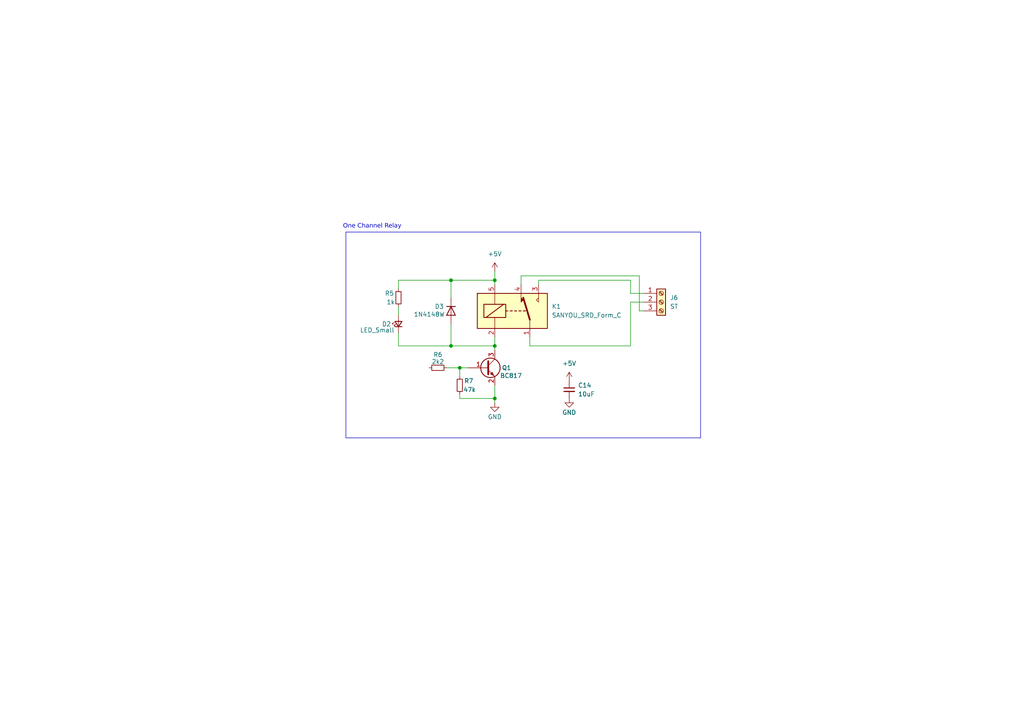
<source format=kicad_sch>
(kicad_sch (version 20231120) (generator "eeschema") (generator_version "8.0")
  (paper "A4")
  (title_block (title "STM32_base") (date "2024-03-10") (rev "0.1") (company "Pyae Sone Heine"))
  (lib_symbols
    (symbol "Connector:Screw_Terminal_01x03" (pin_names (offset 1.016) hide)
      (property "Reference" "J" (at 0 5.08 0))
      (property "Value" "Screw_Terminal_01x03" (at 0 -5.08 0))
      (symbol "Screw_Terminal_01x03_1_1"
        (rectangle (start -1.27 3.81) (end 1.27 -3.81) (stroke (width 0.254)) (fill (type background)))
        (circle (center 0 -2.54) (radius 0.635) (stroke (width 0.1524)))
        (polyline (pts (xy -0.5334 -2.2098) (xy 0.3302 -3.048)) (stroke (width 0.1524)))
        (polyline (pts (xy -0.5334 0.3302) (xy 0.3302 -0.508)) (stroke (width 0.1524)))
        (polyline (pts (xy -0.5334 2.8702) (xy 0.3302 2.032)) (stroke (width 0.1524)))
        (polyline (pts (xy -0.3556 -2.032) (xy 0.508 -2.8702)) (stroke (width 0.1524)))
        (polyline (pts (xy -0.3556 0.508) (xy 0.508 -0.3302)) (stroke (width 0.1524)))
        (polyline (pts (xy -0.3556 3.048) (xy 0.508 2.2098)) (stroke (width 0.1524)))
        (circle (center 0 0) (radius 0.635) (stroke (width 0.1524)))
        (circle (center 0 2.54) (radius 0.635) (stroke (width 0.1524)))
        (pin passive line (at -5.08 2.54 0) (length 3.81) (name "Pin_1") (number "1"))
        (pin passive line (at -5.08 0 0) (length 3.81) (name "Pin_2") (number "2"))
        (pin passive line (at -5.08 -2.54 0) (length 3.81) (name "Pin_3") (number "3"))
      )
    )
    (symbol "Device:C_Small" (pin_numbers hide) (pin_names (offset 0.254) hide)
      (property "Reference" "C" (at 0.254 1.778 0))
      (property "Value" "C_Small" (at 0.254 -2.032 0))
      (symbol "C_Small_0_1"
        (polyline (pts (xy -1.524 -0.508) (xy 1.524 -0.508)) (stroke (width 0.3302)))
        (polyline (pts (xy -1.524 0.508) (xy 1.524 0.508)) (stroke (width 0.3048)))
      )
      (symbol "C_Small_1_1"
        (pin passive line (at 0 2.54 270) (length 2.032) (name "~") (number "1"))
        (pin passive line (at 0 -2.54 90) (length 2.032) (name "~") (number "2"))
      )
    )
    (symbol "Device:LED_Small" (pin_numbers hide) (pin_names (offset 0.254) hide)
      (property "Reference" "D" (at -1.27 3.175 0))
      (property "Value" "LED_Small" (at -4.445 -2.54 0))
      (symbol "LED_Small_0_1"
        (polyline (pts (xy -0.762 -1.016) (xy -0.762 1.016)) (stroke (width 0.254)))
        (polyline (pts (xy 1.016 0) (xy -0.762 0)))
        (polyline (pts (xy 0.762 -1.016) (xy -0.762 0) (xy 0.762 1.016) (xy 0.762 -1.016)) (stroke (width 0.254)))
        (polyline (pts (xy 0 0.762) (xy -0.508 1.27) (xy -0.254 1.27) (xy -0.508 1.27) (xy -0.508 1.016)))
        (polyline (pts (xy 0.508 1.27) (xy 0 1.778) (xy 0.254 1.778) (xy 0 1.778) (xy 0 1.524)))
      )
      (symbol "LED_Small_1_1"
        (pin passive line (at -2.54 0 0) (length 1.778) (name "K") (number "1"))
        (pin passive line (at 2.54 0 180) (length 1.778) (name "A") (number "2"))
      )
    )
    (symbol "Device:R_Small" (pin_numbers hide) (pin_names (offset 0.254) hide)
      (property "Reference" "R" (at 0.762 0.508 0))
      (property "Value" "R_Small" (at 0.762 -1.016 0))
      (symbol "R_Small_0_1"
        (rectangle (start -0.762 1.778) (end 0.762 -1.778) (stroke (width 0.2032)))
      )
      (symbol "R_Small_1_1"
        (pin passive line (at 0 2.54 270) (length 0.762) (name "~") (number "1"))
        (pin passive line (at 0 -2.54 90) (length 0.762) (name "~") (number "2"))
      )
    )
    (symbol "Diode:1N4148W" (pin_numbers hide) (pin_names hide)
      (property "Reference" "D" (at 0 2.54 0))
      (property "Value" "1N4148W" (at 0 -2.54 0))
      (symbol "1N4148W_0_1"
        (polyline (pts (xy -1.27 1.27) (xy -1.27 -1.27)) (stroke (width 0.254)))
        (polyline (pts (xy 1.27 0) (xy -1.27 0)))
        (polyline (pts (xy 1.27 1.27) (xy 1.27 -1.27) (xy -1.27 0) (xy 1.27 1.27)) (stroke (width 0.254)))
      )
      (symbol "1N4148W_1_1"
        (pin passive line (at -3.81 0 0) (length 2.54) (name "K") (number "1"))
        (pin passive line (at 3.81 0 180) (length 2.54) (name "A") (number "2"))
      )
    )
    (symbol "Relay:SANYOU_SRD_Form_C"
      (property "Reference" "K" (at 11.43 3.81 0))
      (property "Value" "SANYOU_SRD_Form_C" (at 11.43 1.27 0))
      (symbol "SANYOU_SRD_Form_C_0_0"
        (polyline (pts (xy 7.62 5.08) (xy 7.62 2.54) (xy 6.985 3.175) (xy 7.62 3.81)))
      )
      (symbol "SANYOU_SRD_Form_C_0_1"
        (rectangle (start -10.16 5.08) (end 10.16 -5.08) (stroke (width 0.254)) (fill (type background)))
        (rectangle (start -8.255 1.905) (end -1.905 -1.905) (stroke (width 0.254)))
        (polyline (pts (xy -7.62 -1.905) (xy -2.54 1.905)) (stroke (width 0.254)))
        (polyline (pts (xy -5.08 -5.08) (xy -5.08 -1.905)))
        (polyline (pts (xy -5.08 5.08) (xy -5.08 1.905)))
        (polyline (pts (xy -1.905 0) (xy -1.27 0)) (stroke (width 0.254)))
        (polyline (pts (xy -0.635 0) (xy 0 0)) (stroke (width 0.254)))
        (polyline (pts (xy 0.635 0) (xy 1.27 0)) (stroke (width 0.254)))
        (polyline (pts (xy 1.905 0) (xy 2.54 0)) (stroke (width 0.254)))
        (polyline (pts (xy 3.175 0) (xy 3.81 0)) (stroke (width 0.254)))
        (polyline (pts (xy 5.08 -2.54) (xy 3.175 3.81)) (stroke (width 0.508)))
        (polyline (pts (xy 5.08 -2.54) (xy 5.08 -5.08)))
      )
      (symbol "SANYOU_SRD_Form_C_1_1"
        (polyline (pts (xy 2.54 3.81) (xy 3.175 3.175) (xy 2.54 2.54) (xy 2.54 5.08)) (fill (type outline)))
        (pin passive line (at 5.08 -7.62 90) (length 2.54) (name "~") (number "1"))
        (pin passive line (at -5.08 -7.62 90) (length 2.54) (name "~") (number "2"))
        (pin passive line (at 7.62 7.62 270) (length 2.54) (name "~") (number "3"))
        (pin passive line (at 2.54 7.62 270) (length 2.54) (name "~") (number "4"))
        (pin passive line (at -5.08 7.62 270) (length 2.54) (name "~") (number "5"))
      )
    )
    (symbol "Transistor_BJT:BC817" (pin_names (offset 0) hide)
      (property "Reference" "Q" (at 5.08 1.905 0))
      (property "Value" "BC817" (at 5.08 0 0))
      (symbol "BC817_0_1"
        (polyline (pts (xy 0.635 0.635) (xy 2.54 2.54)))
        (polyline (pts (xy 0.635 -0.635) (xy 2.54 -2.54) (xy 2.54 -2.54)))
        (polyline (pts (xy 0.635 1.905) (xy 0.635 -1.905) (xy 0.635 -1.905)) (stroke (width 0.508)))
        (polyline (pts (xy 1.27 -1.778) (xy 1.778 -1.27) (xy 2.286 -2.286) (xy 1.27 -1.778) (xy 1.27 -1.778)) (fill (type outline)))
        (circle (center 1.27 0) (radius 2.8194) (stroke (width 0.254)))
      )
      (symbol "BC817_1_1"
        (pin input line (at -5.08 0 0) (length 5.715) (name "B") (number "1"))
        (pin passive line (at 2.54 -5.08 90) (length 2.54) (name "E") (number "2"))
        (pin passive line (at 2.54 5.08 270) (length 2.54) (name "C") (number "3"))
      )
    )
    (symbol "power:+5V" (power) (pin_numbers hide) (pin_names (offset 0) hide)
      (property "Value" "+5V" (at 0 3.556 0))
      (symbol "+5V_0_1"
        (polyline (pts (xy -0.762 1.27) (xy 0 2.54)))
        (polyline (pts (xy 0 0) (xy 0 2.54)))
        (polyline (pts (xy 0 2.54) (xy 0.762 1.27)))
      )
      (symbol "+5V_1_1"
        (pin power_in line (at 0 0 90) (length 0) (name "~") (number "1"))
      )
    )
    (symbol "power:GND" (power) (pin_numbers hide) (pin_names (offset 0) hide)
      (property "Value" "GND" (at 0 -3.81 0))
      (symbol "GND_0_1"
        (polyline (pts (xy 0 0) (xy 0 -1.27) (xy 1.27 -1.27) (xy 0 -2.54) (xy -1.27 -1.27) (xy 0 -1.27)))
      )
      (symbol "GND_1_1"
        (pin power_in line (at 0 0 270) (length 0) (name "~") (number "1"))
      )
    )
  )
  (junction (at 143.51 100.33))
  (junction (at 143.51 115.57))
  (junction (at 133.35 106.68))
  (junction (at 130.81 81.28))
  (junction (at 143.51 81.28))
  (junction (at 130.81 100.33))
  (wire (pts (xy 143.51 78.74) (xy 143.51 81.28)))
  (wire (pts (xy 143.51 81.28) (xy 143.51 82.55)))
  (wire (pts (xy 153.67 100.33) (xy 153.67 97.79)))
  (wire (pts (xy 133.35 106.68) (xy 135.89 106.68)))
  (wire (pts (xy 129.54 106.68) (xy 133.35 106.68)))
  (wire (pts (xy 133.35 106.68) (xy 133.35 109.22)))
  (wire (pts (xy 143.51 111.76) (xy 143.51 115.57)))
  (wire (pts (xy 151.13 82.55) (xy 151.13 80.01)))
  (wire (pts (xy 133.35 115.57) (xy 143.51 115.57)))
  (wire (pts (xy 115.57 83.82) (xy 115.57 81.28)))
  (wire (pts (xy 133.35 114.3) (xy 133.35 115.57)))
  (wire (pts (xy 143.51 97.79) (xy 143.51 100.33)))
  (wire (pts (xy 130.81 93.98) (xy 130.81 100.33)))
  (wire (pts (xy 151.13 80.01) (xy 185.42 80.01)))
  (wire (pts (xy 186.69 87.63) (xy 182.88 87.63)))
  (wire (pts (xy 115.57 81.28) (xy 130.81 81.28)))
  (wire (pts (xy 130.81 81.28) (xy 130.81 86.36)))
  (wire (pts (xy 115.57 96.52) (xy 115.57 100.33)))
  (wire (pts (xy 182.88 81.28) (xy 156.21 81.28)))
  (wire (pts (xy 115.57 88.9) (xy 115.57 91.44)))
  (wire (pts (xy 182.88 85.09) (xy 182.88 81.28)))
  (wire (pts (xy 143.51 81.28) (xy 130.81 81.28)))
  (wire (pts (xy 156.21 81.28) (xy 156.21 82.55)))
  (wire (pts (xy 143.51 100.33) (xy 143.51 101.6)))
  (wire (pts (xy 130.81 100.33) (xy 143.51 100.33)))
  (wire (pts (xy 182.88 100.33) (xy 153.67 100.33)))
  (wire (pts (xy 182.88 87.63) (xy 182.88 100.33)))
  (wire (pts (xy 115.57 100.33) (xy 130.81 100.33)))
  (wire (pts (xy 185.42 90.17) (xy 186.69 90.17)))
  (wire (pts (xy 186.69 85.09) (xy 182.88 85.09)))
  (wire (pts (xy 143.51 115.57) (xy 143.51 116.84)))
  (wire (pts (xy 185.42 80.01) (xy 185.42 90.17)))
  (rectangle (start 100.33 67.31) (end 203.2 127))
  (text "One Channel Relay" (at 107.95 66.04 0) (effects (font (size 1.27 1.27))))
  (symbol (lib_id "Relay:SANYOU_SRD_Form_C") (at 148.59 90.17 0) (unit 1)
    (property "Reference" "K1" (at 160.02 88.8999 0) (effects (justify left)))
    (property "Value" "SANYOU_SRD_Form_C" (at 160.02 91.4399 0) (effects (justify left)))
    (property "Footprint" "Relay_THT:Relay_SPDT_SANYOU_SRD_Series_Form_C" (effects (hide yes)))
    (property "Datasheet" "http://www.sanyourelay.ca/public/products/pdf/SRD.pdf" (effects (hide yes)))
    (property "Description" "Sanyo SRD relay, Single Pole Miniature Power Relay," (effects (hide yes)))
  )
  (symbol (lib_id "Device:C_Small") (at 165.1 113.03 0) (unit 1)
    (property "Reference" "C14" (at 167.64 111.7662 0) (effects (justify left)))
    (property "Value" "10uF" (at 167.64 114.3062 0) (effects (justify left)))
    (property "Footprint" "Capacitor_SMD:C_0805_2012Metric" (effects (hide yes)))
    (property "Description" "Unpolarized capacitor, small symbol" (effects (hide yes)))
  )
  (symbol (lib_id "Device:R_Small") (at 127 106.68 90) (unit 1)
    (property "Reference" "R6" (at 127 102.87 90))
    (property "Value" "2k2" (at 127 104.902 90))
    (property "Footprint" "Resistor_SMD:R_0603_1608Metric" (effects (hide yes)))
    (property "Description" "Resistor, small symbol" (effects (hide yes)))
  )
  (symbol (lib_id "Device:R_Small") (at 115.57 86.36 0) (mirror x) (unit 1)
    (property "Reference" "R5" (at 114.3 85.09 0) (effects (justify right)))
    (property "Value" "1k" (at 114.554 87.63 0) (effects (justify right)))
    (property "Footprint" "Resistor_SMD:R_0603_1608Metric" (effects (hide yes)))
    (property "Description" "Resistor, small symbol" (effects (hide yes)))
  )
  (symbol (lib_id "Device:R_Small") (at 133.35 111.76 180) (unit 1)
    (property "Reference" "R7" (at 134.62 110.49 0) (effects (justify right)))
    (property "Value" "47k" (at 134.366 113.03 0) (effects (justify right)))
    (property "Footprint" "Resistor_SMD:R_0603_1608Metric" (effects (hide yes)))
    (property "Description" "Resistor, small symbol" (effects (hide yes)))
  )
  (symbol (lib_id "Device:LED_Small") (at 115.57 93.98 90) (unit 1)
    (property "Reference" "D2" (at 110.744 93.98 90) (effects (justify right)))
    (property "Value" "LED_Small" (at 104.394 95.758 90) (effects (justify right)))
    (property "Footprint" "LED_SMD:LED_0603_1608Metric" (effects (hide yes)))
    (property "Description" "Light emitting diode, small symbol" (effects (hide yes)))
  )
  (symbol (lib_id "power:GND") (at 143.51 116.84 0) (unit 1)
    (property "Reference" "#PWR010" (effects (hide yes)))
    (property "Value" "GND" (at 143.51 120.904 0))
    (property "Description" "Power symbol creates a global label with name \"GND\" , ground" (effects (hide yes)))
  )
  (symbol (lib_id "power:GND") (at 165.1 115.57 0) (unit 1)
    (property "Reference" "#PWR025" (effects (hide yes)))
    (property "Value" "GND" (at 165.1 119.634 0))
    (property "Description" "Power symbol creates a global label with name \"GND\" , ground" (effects (hide yes)))
  )
  (symbol (lib_id "Diode:1N4148W") (at 130.81 90.17 90) (mirror x) (unit 1)
    (property "Reference" "D3" (at 128.778 88.9 90) (effects (justify left)))
    (property "Value" "1N4148W" (at 129.032 91.186 90) (effects (justify left)))
    (property "Footprint" "Diode_SMD:D_SOD-123" (effects (hide yes)))
    (property "Datasheet" "https://www.vishay.com/docs/85748/1n4148w.pdf" (effects (hide yes)))
    (property "Description" "75V 0.15A Fast Switching Diode, SOD-123" (effects (hide yes)))
    (property "Sim.Device" "D" (effects (hide yes)))
    (property "Sim.Pins" "1=K 2=A" (effects (hide yes)))
  )
  (symbol (lib_id "Connector:Screw_Terminal_01x03") (at 191.77 87.63 0) (unit 1)
    (property "Reference" "J6" (at 194.31 86.3599 0) (effects (justify left)))
    (property "Value" "ST" (at 194.31 88.8999 0) (effects (justify left)))
    (property "Footprint" "TerminalBlock_Phoenix:TerminalBlock_Phoenix_MKDS-3-3-5.08_1x03_P5.08mm_Horizontal" (effects (hide yes)))
    (property "Description" "Generic screw terminal, single row, 01x03, script generated (kicad-library-utils/schlib/autogen/connector/)" (effects (hide yes)))
  )
  (symbol (lib_id "power:+5V") (at 143.51 78.74 0) (unit 1)
    (property "Reference" "#PWR024" (effects (hide yes)))
    (property "Value" "+5V" (at 143.51 73.66 0))
    (property "Description" "Power symbol creates a global label with name \"+5V\"" (effects (hide yes)))
  )
  (symbol (lib_id "power:+5V") (at 165.1 110.49 0) (unit 1)
    (property "Reference" "#PWR026" (effects (hide yes)))
    (property "Value" "+5V" (at 165.1 105.41 0))
    (property "Description" "Power symbol creates a global label with name \"+5V\"" (effects (hide yes)))
  )
  (symbol (lib_id "Transistor_BJT:BC817") (at 140.97 106.68 0) (unit 1)
    (property "Reference" "Q1" (at 145.542 106.68 0) (effects (justify left)))
    (property "Value" "BC817" (at 145.034 108.966 0) (effects (justify left)))
    (property "Footprint" "Package_TO_SOT_SMD:SOT-23" (effects (hide yes)))
    (property "Datasheet" "https://www.onsemi.com/pub/Collateral/BC818-D.pdf" (effects (hide yes)))
    (property "Description" "0.8A Ic, 45V Vce, NPN Transistor, SOT-23" (effects (hide yes)))
  )
)
</source>
